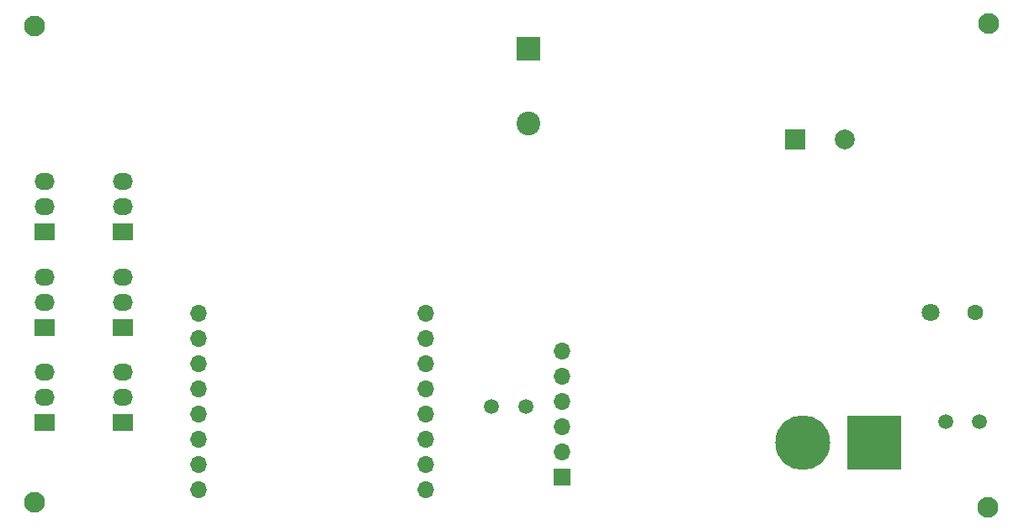
<source format=gbs>
G04 #@! TF.GenerationSoftware,KiCad,Pcbnew,(6.0.1)*
G04 #@! TF.CreationDate,2022-04-16T00:13:44-07:00*
G04 #@! TF.ProjectId,AnimatronicEyes,416e696d-6174-4726-9f6e-696345796573,rev?*
G04 #@! TF.SameCoordinates,Original*
G04 #@! TF.FileFunction,Soldermask,Bot*
G04 #@! TF.FilePolarity,Negative*
%FSLAX46Y46*%
G04 Gerber Fmt 4.6, Leading zero omitted, Abs format (unit mm)*
G04 Created by KiCad (PCBNEW (6.0.1)) date 2022-04-16 00:13:44*
%MOMM*%
%LPD*%
G01*
G04 APERTURE LIST*
%ADD10C,2.100000*%
%ADD11R,2.030000X1.730000*%
%ADD12O,2.030000X1.730000*%
%ADD13C,1.500000*%
%ADD14C,1.800000*%
%ADD15C,1.600000*%
%ADD16R,2.400000X2.400000*%
%ADD17C,2.400000*%
%ADD18O,1.700000X1.700000*%
%ADD19R,5.516000X5.516000*%
%ADD20C,5.516000*%
%ADD21R,1.700000X1.700000*%
%ADD22R,2.000000X2.000000*%
%ADD23C,2.000000*%
G04 APERTURE END LIST*
D10*
X79756000Y-46863000D03*
D11*
X88621000Y-77254000D03*
D12*
X88621000Y-74714000D03*
X88621000Y-72174000D03*
D13*
X171400000Y-86800000D03*
X174800000Y-86800000D03*
X129139000Y-85254000D03*
X125739000Y-85254000D03*
D11*
X88621000Y-86904000D03*
D12*
X88621000Y-84364000D03*
X88621000Y-81824000D03*
D14*
X169921000Y-75754000D03*
D15*
X174421000Y-75754000D03*
D11*
X80721000Y-77254000D03*
D12*
X80721000Y-74714000D03*
X80721000Y-72174000D03*
D16*
X129400000Y-49200000D03*
D17*
X129400000Y-56700000D03*
D18*
X96197000Y-75894000D03*
X96197000Y-78434000D03*
X96197000Y-80974000D03*
X96197000Y-83514000D03*
X96197000Y-86054000D03*
X96197000Y-88594000D03*
X96197000Y-91134000D03*
X96197000Y-93674000D03*
X119057000Y-75894000D03*
X119057000Y-78434000D03*
X119057000Y-80974000D03*
X119057000Y-83514000D03*
X119057000Y-86054000D03*
X119057000Y-88594000D03*
X119057000Y-91134000D03*
X119057000Y-93674000D03*
D19*
X164221000Y-88854000D03*
D20*
X157021000Y-88854000D03*
D10*
X175768000Y-46609000D03*
D11*
X88621000Y-67604000D03*
D12*
X88621000Y-65064000D03*
X88621000Y-62524000D03*
D11*
X80721000Y-86904000D03*
D12*
X80721000Y-84364000D03*
X80721000Y-81824000D03*
D10*
X175641000Y-95377000D03*
D21*
X132821000Y-92404000D03*
D18*
X132821000Y-89864000D03*
X132821000Y-87324000D03*
X132821000Y-84784000D03*
X132821000Y-82244000D03*
X132821000Y-79704000D03*
D11*
X80721000Y-67604000D03*
D12*
X80721000Y-65064000D03*
X80721000Y-62524000D03*
D10*
X79756000Y-94869000D03*
D22*
X156255323Y-58293000D03*
D23*
X161255323Y-58293000D03*
M02*

</source>
